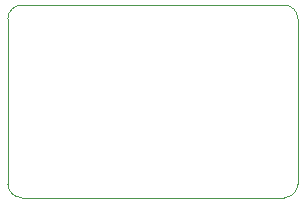
<source format=gbr>
%TF.GenerationSoftware,KiCad,Pcbnew,(6.0.5-0)*%
%TF.CreationDate,2022-07-11T15:28:30+02:00*%
%TF.ProjectId,USB-C-breakout,5553422d-432d-4627-9265-616b6f75742e,rev?*%
%TF.SameCoordinates,Original*%
%TF.FileFunction,Profile,NP*%
%FSLAX46Y46*%
G04 Gerber Fmt 4.6, Leading zero omitted, Abs format (unit mm)*
G04 Created by KiCad (PCBNEW (6.0.5-0)) date 2022-07-11 15:28:30*
%MOMM*%
%LPD*%
G01*
G04 APERTURE LIST*
%TA.AperFunction,Profile*%
%ADD10C,0.100000*%
%TD*%
G04 APERTURE END LIST*
D10*
X151789756Y-76950244D02*
X129560244Y-76950244D01*
X129560244Y-93249756D02*
X151789756Y-93249756D01*
X128400244Y-78110244D02*
X128400244Y-92089756D01*
X152949756Y-92089756D02*
X152949756Y-78110244D01*
X152949756Y-78110244D02*
G75*
G03*
X151789756Y-76950244I-1159956J44D01*
G01*
X129560244Y-76950244D02*
G75*
G03*
X128400244Y-78110244I-44J-1159956D01*
G01*
X151789756Y-93249756D02*
G75*
G03*
X152949756Y-92089756I44J1159956D01*
G01*
X128400244Y-92089756D02*
G75*
G03*
X129560244Y-93249756I1159956J-44D01*
G01*
M02*

</source>
